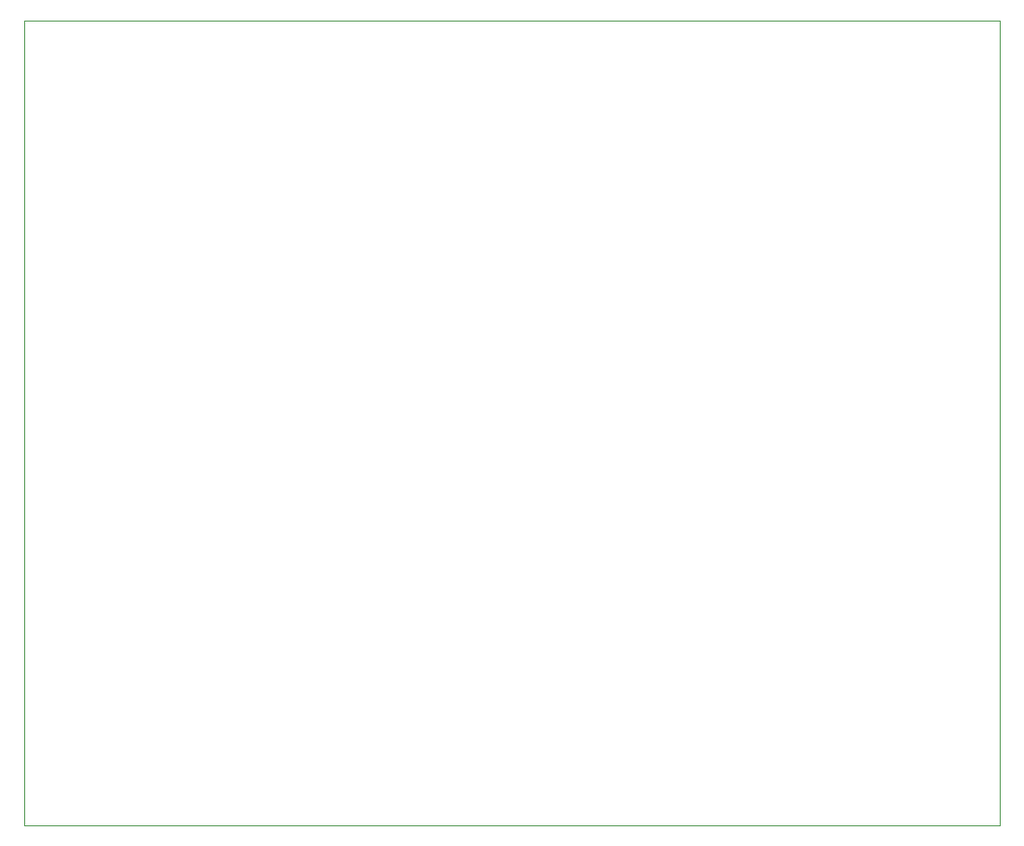
<source format=gbr>
%TF.GenerationSoftware,KiCad,Pcbnew,8.0.8*%
%TF.CreationDate,2025-07-06T22:48:51+02:00*%
%TF.ProjectId,custom locker,63757374-6f6d-4206-9c6f-636b65722e6b,rev?*%
%TF.SameCoordinates,Original*%
%TF.FileFunction,Profile,NP*%
%FSLAX46Y46*%
G04 Gerber Fmt 4.6, Leading zero omitted, Abs format (unit mm)*
G04 Created by KiCad (PCBNEW 8.0.8) date 2025-07-06 22:48:51*
%MOMM*%
%LPD*%
G01*
G04 APERTURE LIST*
%TA.AperFunction,Profile*%
%ADD10C,0.050000*%
%TD*%
G04 APERTURE END LIST*
D10*
X12000000Y-12000000D02*
X104000000Y-12000000D01*
X104000000Y-88000000D01*
X12000000Y-88000000D01*
X12000000Y-12000000D01*
M02*

</source>
